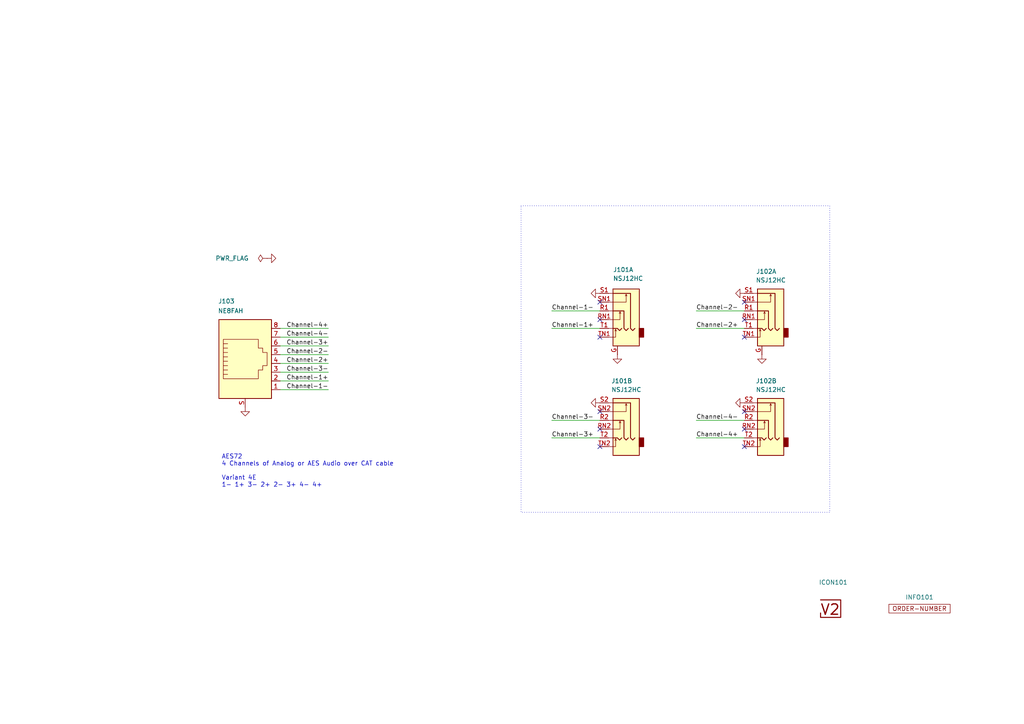
<source format=kicad_sch>
(kicad_sch (version 20250114) (generator "eeschema") (generator_version "9.0")
  (paper "A4")
  (title_block (title "V2 AES72-4E") (date "2026-02-10") (rev "2026-02-10") (company "Versio Duo") (comment 1 "Audio over CAT Cable Adapter"))
  (lib_symbols
    (symbol "V2_Artwork:V2-logo" (in_bom no)
      (property "Reference" "ICON" (at -3.302 3.81 0))
      (symbol "V2-logo_1_0"
        (polyline (pts (xy -3.302 2.54) (xy 2.54 2.54) (xy 2.54 -2.54) (xy -3.302 -2.54) (xy -3.302 -1.27)) (stroke (width 0.3)))
      )
      (symbol "V2-logo_1_1"
        (text "V2" (at -0.508 -0.254 0) (effects (font (size 3 3) (thickness 0.375))))
      )
    )
    (symbol "V2_Connector_Audio:NSJ12HC"
      (property "Reference" "J" (at 0 11.43 0))
      (property "Value" "NSJ12HC" (at 0 8.89 0))
      (symbol "NSJ12HC_0_1"
        (rectangle (start -6.35 -5.08) (end -7.62 -7.62) (stroke (width 0.254)) (fill (type outline)))
        (polyline (pts (xy -3.175 -5.08) (xy -2.54 -5.715) (xy -1.905 -5.08) (xy -1.905 0) (xy 1.27 0)) (stroke (width 0.254)))
        (polyline (pts (xy -2.54 4.826) (xy -2.286 4.318)))
        (polyline (pts (xy -1.27 -5.08) (xy -0.635 -5.715) (xy 0 -5.08) (xy 1.27 -5.08)) (stroke (width 0.254)))
        (polyline (pts (xy -0.762 -0.254) (xy -0.508 -0.762)))
        (polyline (pts (xy 0.508 -5.334) (xy 0.762 -5.842)))
        (rectangle (start 1.27 6.35) (end -6.35 -10.16) (stroke (width 0.254)) (fill (type background)))
        (polyline (pts (xy 1.27 5.08) (xy -3.81 5.08) (xy -3.81 -5.08) (xy -4.445 -5.715) (xy -5.08 -5.08)) (stroke (width 0.254)))
        (polyline (pts (xy 1.27 0) (xy 2.54 0)))
        (polyline (pts (xy 2.54 5.08) (xy 1.27 5.08)))
        (polyline (pts (xy 2.54 2.54) (xy -2.54 2.54) (xy -2.54 4.826) (xy -2.794 4.318)))
        (polyline (pts (xy 2.54 -2.54) (xy -0.762 -2.54) (xy -0.762 -0.254) (xy -1.016 -0.762)))
        (polyline (pts (xy 2.54 -5.08) (xy 1.27 -5.08)))
        (polyline (pts (xy 2.54 -7.62) (xy 0.508 -7.62) (xy 0.508 -5.334) (xy 0.254 -5.842)))
      )
      (symbol "NSJ12HC_1_1"
        (pin passive line (at 0 -12.7 90) (length 2.54) (name "~") (number "G"))
        (pin passive line (at 5.08 5.08 180) (length 2.54) (name "~") (number "S1"))
        (pin passive line (at 5.08 2.54 180) (length 2.54) (name "~") (number "SN1"))
        (pin passive line (at 5.08 0 180) (length 2.54) (name "~") (number "R1"))
        (pin passive line (at 5.08 -2.54 180) (length 2.54) (name "~") (number "RN1"))
        (pin passive line (at 5.08 -5.08 180) (length 2.54) (name "~") (number "T1"))
        (pin passive line (at 5.08 -7.62 180) (length 2.54) (name "~") (number "TN1"))
      )
      (symbol "NSJ12HC_2_1"
        (pin passive line (at 5.08 5.08 180) (length 2.54) (name "~") (number "S2"))
        (pin passive line (at 5.08 2.54 180) (length 2.54) (name "~") (number "SN2"))
        (pin passive line (at 5.08 0 180) (length 2.54) (name "~") (number "R2"))
        (pin passive line (at 5.08 -2.54 180) (length 2.54) (name "~") (number "RN2"))
        (pin passive line (at 5.08 -5.08 180) (length 2.54) (name "~") (number "T2"))
        (pin passive line (at 5.08 -7.62 180) (length 2.54) (name "~") (number "TN2"))
      )
    )
    (symbol "V2_Connector_EtherCon:NE8FAH" (pin_names (offset 1.016))
      (property "Reference" "J" (at -5.08 17.78 0))
      (property "Value" "NE8FAH" (at 2.54 13.97 0))
      (symbol "NE8FAH_0_1"
        (polyline (pts (xy -6.35 1.905) (xy -5.08 1.905) (xy -5.08 1.905)))
        (polyline (pts (xy -6.35 0.635) (xy -5.08 0.635) (xy -5.08 0.635)))
        (polyline (pts (xy -6.35 -0.635) (xy -5.08 -0.635) (xy -5.08 -0.635)))
        (polyline (pts (xy -6.35 -1.905) (xy -5.08 -1.905) (xy -5.08 -1.905)))
        (polyline (pts (xy -6.35 -3.175) (xy -5.08 -3.175) (xy -5.08 -3.175)))
        (polyline (pts (xy -6.35 -4.445) (xy -6.35 6.985) (xy 3.81 6.985) (xy 3.81 4.445) (xy 5.08 4.445) (xy 5.08 3.175) (xy 6.35 3.175) (xy 6.35 -0.635) (xy 5.08 -0.635) (xy 5.08 -1.905) (xy 3.81 -1.905) (xy 3.81 -4.445) (xy -6.35 -4.445) (xy -6.35 -4.445)))
        (polyline (pts (xy -5.08 5.715) (xy -6.35 5.715)))
        (polyline (pts (xy -5.08 4.445) (xy -6.35 4.445)))
        (polyline (pts (xy -5.08 3.175) (xy -6.35 3.175) (xy -6.35 3.175)))
        (rectangle (start 7.62 12.7) (end -7.62 -10.16) (stroke (width 0.254)) (fill (type background)))
      )
      (symbol "NE8FAH_1_1"
        (pin passive line (at 0 -12.7 90) (length 2.54) (name "") (number "S"))
        (pin passive line (at 10.16 10.16 180) (length 2.54) (name "~") (number "8"))
        (pin passive line (at 10.16 7.62 180) (length 2.54) (name "~") (number "7"))
        (pin passive line (at 10.16 5.08 180) (length 2.54) (name "~") (number "6"))
        (pin passive line (at 10.16 2.54 180) (length 2.54) (name "~") (number "5"))
        (pin passive line (at 10.16 0 180) (length 2.54) (name "~") (number "4"))
        (pin passive line (at 10.16 -2.54 180) (length 2.54) (name "~") (number "3"))
        (pin passive line (at 10.16 -5.08 180) (length 2.54) (name "~") (number "2"))
        (pin passive line (at 10.16 -7.62 180) (length 2.54) (name "~") (number "1"))
      )
    )
    (symbol "V2_Production:Order_Number" (in_bom no)
      (property "Reference" "INFO" (at 0 2.54 0))
      (symbol "Order_Number_0_0"
        (text "ORDER-NUMBER" (at 0 0 0) (effects (font (size 1.27 1.27))))
      )
      (symbol "Order_Number_0_1"
        (rectangle (start -8.89 1.27) (end 8.89 -1.27))
      )
    )
    (symbol "V2_power:GND" (power) (pin_numbers (hide yes)) (pin_names (offset 0) (hide yes))
      (symbol "GND_0_1"
        (polyline (pts (xy 0 0) (xy 0 -1.27) (xy 1.27 -1.27) (xy 0 -2.54) (xy -1.27 -1.27) (xy 0 -1.27)))
      )
      (symbol "GND_1_1"
        (pin power_in line (at 0 0 270) (length 0) (name "~") (number "1"))
      )
    )
    (symbol "V2_power:PWR_FLAG" (power) (pin_numbers (hide yes)) (pin_names (offset 0) (hide yes))
      (property "Value" "PWR_FLAG" (at -8.89 0 0))
      (symbol "PWR_FLAG_0_0"
        (pin power_out line (at 0 0 180) (length 0) (name "~") (number "1"))
      )
      (symbol "PWR_FLAG_0_1"
        (polyline (pts (xy 0 0) (xy -1.27 0) (xy -1.905 -1.016) (xy -2.54 0) (xy -1.905 1.016) (xy -1.27 0)))
      )
    )
  )
  (rectangle (start 151.13 59.69) (end 240.665 148.59) (stroke (width 0) (type dot)))
  (text "AES72\n4 Channels of Analog or AES Audio over CAT cable\n\nVariant 4E\n1- 1+ 3- 2+ 2- 3+ 4- 4+" (at 64.262 136.652 0) (effects (font (size 1.27 1.27)) (justify left)))
  (no_connect (at 173.99 119.38))
  (no_connect (at 173.99 97.79))
  (no_connect (at 215.9 119.38))
  (no_connect (at 215.9 129.54))
  (no_connect (at 215.9 87.63))
  (no_connect (at 173.99 87.63))
  (no_connect (at 215.9 124.46))
  (no_connect (at 215.9 97.79))
  (no_connect (at 173.99 124.46))
  (no_connect (at 173.99 92.71))
  (no_connect (at 215.9 92.71))
  (no_connect (at 173.99 129.54))
  (wire (pts (xy 81.28 113.03) (xy 95.25 113.03)))
  (wire (pts (xy 81.28 97.79) (xy 95.25 97.79)))
  (wire (pts (xy 81.28 102.87) (xy 95.25 102.87)))
  (wire (pts (xy 81.28 95.25) (xy 95.25 95.25)))
  (wire (pts (xy 81.28 110.49) (xy 95.25 110.49)))
  (wire (pts (xy 160.02 127) (xy 173.99 127)))
  (wire (pts (xy 201.93 90.17) (xy 215.9 90.17)))
  (wire (pts (xy 160.02 90.17) (xy 173.99 90.17)))
  (wire (pts (xy 160.02 121.92) (xy 173.99 121.92)))
  (wire (pts (xy 160.02 95.25) (xy 173.99 95.25)))
  (wire (pts (xy 201.93 95.25) (xy 215.9 95.25)))
  (wire (pts (xy 201.93 121.92) (xy 215.9 121.92)))
  (wire (pts (xy 81.28 105.41) (xy 95.25 105.41)))
  (wire (pts (xy 81.28 107.95) (xy 95.25 107.95)))
  (wire (pts (xy 201.93 127) (xy 215.9 127)))
  (wire (pts (xy 81.28 100.33) (xy 95.25 100.33)))
  (label "Channel-2-" (at 201.93 90.17 0))
  (label "Channel-3+" (at 95.25 100.33 180))
  (label "Channel-2-" (at 95.25 102.87 180))
  (label "Channel-4-" (at 201.93 121.92 0))
  (label "Channel-1-" (at 95.25 113.03 180))
  (label "Channel-2+" (at 95.25 105.41 180))
  (label "Channel-4-" (at 95.25 97.79 180))
  (label "Channel-2+" (at 201.93 95.25 0))
  (label "Channel-1-" (at 160.02 90.17 0))
  (label "Channel-3-" (at 95.25 107.95 180))
  (label "Channel-3+" (at 160.02 127 0))
  (label "Channel-4+" (at 95.25 95.25 180))
  (label "Channel-4+" (at 201.93 127 0))
  (label "Channel-3-" (at 160.02 121.92 0))
  (label "Channel-1+" (at 95.25 110.49 180))
  (label "Channel-1+" (at 160.02 95.25 0))
  (symbol (lib_id "V2_power:GND") (at 215.9 116.84 270) (mirror x) (unit 1)
    (property "Reference" "#PWR0107" (effects (hide yes)))
    (property "Value" "GND" (effects (hide yes)))
  )
  (symbol (lib_id "V2_Connector_Audio:NSJ12HC") (at 179.07 121.92 0) (mirror y) (unit 2)
    (property "Reference" "J101" (at 180.34 110.49 0))
    (property "Value" "NSJ12HC" (at 181.6735 113.03 0))
    (property "Footprint" "V2_Connector_Audio:Jack_6.35mm_Neutrik_NSJ12HC_Horizontal" (effects (hide yes)))
    (property "Datasheet" "https://www.neutrik.com/en/product/nsj12hc" (effects (hide yes)))
    (property "Description" "Stacking Jacks, Stereo dual jack, full nose" (effects (hide yes)))
    (property "Mouser" "568-NSJ12HC" (effects (hide yes)))
    (property "Manufacturer" "Neutrik" (effects (hide yes)))
    (property "Product" "NSJ12HC" (effects (hide yes)))
  )
  (symbol (lib_id "V2_power:GND") (at 77.47 74.93 90) (unit 1)
    (property "Reference" "#PWR0101" (effects (hide yes)))
    (property "Value" "GND" (effects (hide yes)))
  )
  (symbol (lib_id "V2_power:GND") (at 220.98 102.87 0) (mirror y) (unit 1)
    (property "Reference" "#PWR0105" (effects (hide yes)))
    (property "Value" "GND" (effects (hide yes)))
  )
  (symbol (lib_id "V2_Connector_Audio:NSJ12HC") (at 179.07 90.17 0) (mirror y) (unit 1)
    (property "Reference" "J101" (at 177.8 78.232 0) (effects (justify right)))
    (property "Value" "NSJ12HC" (at 177.8 80.772 0) (effects (justify right)))
    (property "Footprint" "V2_Connector_Audio:Jack_6.35mm_Neutrik_NSJ12HC_Horizontal" (effects (hide yes)))
    (property "Datasheet" "https://www.neutrik.com/en/product/nsj12hc" (effects (hide yes)))
    (property "Description" "Stacking Jacks, Stereo dual jack, full nose" (effects (hide yes)))
    (property "Mouser" "568-NSJ12HC" (effects (hide yes)))
    (property "Manufacturer" "Neutrik" (effects (hide yes)))
    (property "Product" "NSJ12HC" (effects (hide yes)))
  )
  (symbol (lib_id "V2_Connector_Audio:NSJ12HC") (at 220.98 90.17 0) (mirror y) (unit 1)
    (property "Reference" "J102" (at 222.25 78.74 0))
    (property "Value" "NSJ12HC" (at 223.5835 81.28 0))
    (property "Footprint" "V2_Connector_Audio:Jack_6.35mm_Neutrik_NSJ12HC_Horizontal" (effects (hide yes)))
    (property "Datasheet" "https://www.neutrik.com/en/product/nsj12hc" (effects (hide yes)))
    (property "Description" "Stacking Jacks, Stereo dual jack, full nose" (effects (hide yes)))
    (property "Mouser" "568-NSJ12HC" (effects (hide yes)))
    (property "Manufacturer" "Neutrik" (effects (hide yes)))
    (property "Product" "NSJ12HC" (effects (hide yes)))
  )
  (symbol (lib_id "V2_Production:Order_Number") (at 266.7 176.53 0) (unit 1) (in_bom no)
    (property "Reference" "INFO101" (at 266.7 173.228 0))
    (property "Value" "Order_Number" (effects (hide yes)))
    (property "Footprint" "V2_Production:Order_Number" (effects (hide yes)))
  )
  (symbol (lib_id "V2_power:GND") (at 179.07 102.87 0) (mirror y) (unit 1)
    (property "Reference" "#PWR0104" (effects (hide yes)))
    (property "Value" "GND" (effects (hide yes)))
  )
  (symbol (lib_id "V2_power:GND") (at 71.12 118.11 0) (mirror y) (unit 1)
    (property "Reference" "#PWR0108" (effects (hide yes)))
    (property "Value" "GND" (effects (hide yes)))
  )
  (symbol (lib_id "V2_power:GND") (at 215.9 85.09 270) (mirror x) (unit 1)
    (property "Reference" "#PWR0103" (effects (hide yes)))
    (property "Value" "GND" (effects (hide yes)))
  )
  (symbol (lib_id "V2_Connector_EtherCon:NE8FAH") (at 71.12 105.41 0) (unit 1)
    (property "Reference" "J103" (at 68.072 87.376 0) (effects (justify right)))
    (property "Value" "NE8FAH" (at 70.612 90.1699 0) (effects (justify right)))
    (property "Footprint" "V2_Connector_EtherCon:NE8FAH" (effects (hide yes)))
    (property "Mouser" "568-NE8FAH" (effects (hide yes)))
    (property "Manufacturer" "Neutrik" (effects (hide yes)))
    (property "Product" "NE8FAH" (effects (hide yes)))
  )
  (symbol (lib_id "V2_Connector_Audio:NSJ12HC") (at 220.98 121.92 0) (mirror y) (unit 2)
    (property "Reference" "J102" (at 222.25 110.49 0))
    (property "Value" "NSJ12HC" (at 223.5835 113.03 0))
    (property "Footprint" "V2_Connector_Audio:Jack_6.35mm_Neutrik_NSJ12HC_Horizontal" (effects (hide yes)))
    (property "Datasheet" "https://www.neutrik.com/en/product/nsj12hc" (effects (hide yes)))
    (property "Description" "Stacking Jacks, Stereo dual jack, full nose" (effects (hide yes)))
    (property "Mouser" "568-NSJ12HC" (effects (hide yes)))
    (property "Manufacturer" "Neutrik" (effects (hide yes)))
    (property "Product" "NSJ12HC" (effects (hide yes)))
  )
  (symbol (lib_id "V2_power:GND") (at 173.99 85.09 270) (mirror x) (unit 1)
    (property "Reference" "#PWR0102" (effects (hide yes)))
    (property "Value" "GND" (effects (hide yes)))
  )
  (symbol (lib_id "V2_power:PWR_FLAG") (at 77.47 74.93 0) (unit 1)
    (property "Reference" "#FLG0101" (effects (hide yes)))
    (property "Value" "PWR_FLAG" (at 67.31 74.93 0))
    (property "Description" "Special symbol for telling ERC where power comes from" (effects (hide yes)))
  )
  (symbol (lib_id "V2_power:GND") (at 173.99 116.84 270) (mirror x) (unit 1)
    (property "Reference" "#PWR0106" (effects (hide yes)))
    (property "Value" "GND" (effects (hide yes)))
  )
  (symbol (lib_id "V2_Artwork:V2-logo") (at 241.3 176.53 0) (unit 1) (exclude_from_sim yes) (in_bom no)
    (property "Reference" "ICON101" (at 237.49 168.91 0) (effects (justify left)))
    (property "Value" "V2-logo" (effects (hide yes)))
    (property "Footprint" "V2_Artwork:Logo_Small" (effects (hide yes)))
  )
)
</source>
